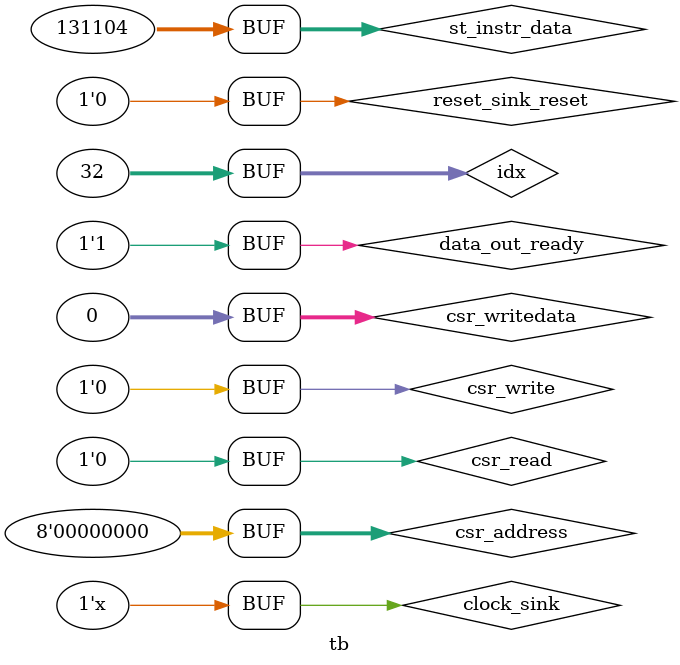
<source format=v>
`timescale 1ps/1ps

module tb;
	reg reset_sink_reset;
	reg clock_sink;
	reg [7:0] csr_address;
	reg csr_write;
	reg [31:0] csr_writedata;
	wire [31:0] csr_readdata;
	reg csr_read;
	wire [255:0] data_out_data;
	reg data_out_ready;
	wire data_out_valid;

	wire [255:0] st_rows_data;
	wire st_rows_ready;
	wire st_rows_valid;

	wire [255:0] st_cols_data;
	wire st_cols_ready;
	wire st_cols_valid;

	reg [31:0] st_instr_data;
	wire st_instr_ready;
	reg st_instr_valid;

	reg [255:0] col_data [31:0];
	reg [255:0] row_data [31:0];
	
	systolic_array_top top(
		.reset_sink_reset(reset_sink_reset),
		.clock_sink(clock_sink),
		.csr_address(csr_address),
		.csr_write(csr_write),
		.csr_writedata(csr_writedata),
		.csr_readdata(csr_readdata),
		.csr_read(csr_read),
		.data_out_data(data_out_data),
		.data_out_ready(data_out_ready),
		.data_out_valid(data_out_valid),
		.st_rows_data(st_rows_data),
		.st_rows_ready(st_rows_ready),
		.st_rows_valid(st_rows_valid),
		.st_cols_data(st_cols_data),
		.st_cols_ready(st_cols_ready),
		.st_cols_valid(st_cols_valid),
		.st_instr_data(st_instr_data),
		.st_instr_ready(st_instr_ready),
		.st_instr_valid(st_instr_valid)
	);

	integer col_file;
	integer row_file;

	integer i;
	integer j;
	integer idx;
	generate
	initial begin
		for (idx = 0;idx < 32;idx = idx + 1) begin: outer_loop
			row_data[idx] <= {8'b01, 8'b01, 8'b01, 8'b01, 8'b01, 8'b01, 8'b01, 8'b01, 8'b01, 8'b01, 8'b01, 8'b01, 8'b01, 8'b01, 8'b01, 8'b01, 8'b01, 8'b01, 8'b01, 8'b01, 8'b01, 8'b01, 8'b01, 8'b01, 8'b01, 8'b01, 8'b01, 8'b01, 8'b01, 8'b01, 8'b01, 8'b01};
		end
		col_data[0] <=  { 8'd1, 8'd0, 8'd0, 8'd0, 8'd0, 8'd0, 8'd0, 8'd0, 8'd0, 8'd0, 8'd0, 8'd0, 8'd0, 8'd0, 8'd0, 8'd0, 8'd0, 8'd0, 8'd0, 8'd0, 8'd0, 8'd0, 8'd0, 8'd0, 8'd0, 8'd0, 8'd0, 8'd0, 8'd0, 8'd0, 8'd0, 8'd1 };
		col_data[1] <=  { 8'd1, 8'd0, 8'd0, 8'd0, 8'd0, 8'd0, 8'd0, 8'd0, 8'd0, 8'd0, 8'd0, 8'd0, 8'd0, 8'd0, 8'd0, 8'd0, 8'd0, 8'd0, 8'd0, 8'd0, 8'd0, 8'd0, 8'd0, 8'd0, 8'd0, 8'd0, 8'd0, 8'd0, 8'd0, 8'd0, 8'd2, 8'd0 };
		col_data[2] <=  { 8'd1, 8'd0, 8'd0, 8'd0, 8'd0, 8'd0, 8'd0, 8'd0, 8'd0, 8'd0, 8'd0, 8'd0, 8'd0, 8'd0, 8'd0, 8'd0, 8'd0, 8'd0, 8'd0, 8'd0, 8'd0, 8'd0, 8'd0, 8'd0, 8'd0, 8'd0, 8'd0, 8'd0, 8'd0, 8'd2, 8'd0, 8'd0 };
		col_data[3] <=  { 8'd1, 8'd0, 8'd0, 8'd0, 8'd0, 8'd0, 8'd0, 8'd0, 8'd0, 8'd0, 8'd0, 8'd0, 8'd0, 8'd0, 8'd0, 8'd0, 8'd0, 8'd0, 8'd0, 8'd0, 8'd0, 8'd0, 8'd0, 8'd0, 8'd0, 8'd0, 8'd0, 8'd0, 8'd3, 8'd1, 8'd0, 8'd0 };
		col_data[4] <=  { 8'd1, 8'd0, 8'd0, 8'd0, 8'd0, 8'd0, 8'd0, 8'd0, 8'd0, 8'd0, 8'd0, 8'd0, 8'd0, 8'd0, 8'd0, 8'd0, 8'd0, 8'd0, 8'd0, 8'd0, 8'd0, 8'd0, 8'd0, 8'd0, 8'd0, 8'd0, 8'd0, 8'd3, 8'd1, 8'd0, 8'd0, 8'd0 };
		col_data[5] <=  { 8'd1, 8'd0, 8'd0, 8'd0, 8'd0, 8'd0, 8'd0, 8'd0, 8'd0, 8'd0, 8'd0, 8'd0, 8'd0, 8'd0, 8'd0, 8'd0, 8'd0, 8'd0, 8'd0, 8'd0, 8'd0, 8'd0, 8'd0, 8'd0, 8'd0, 8'd0, 8'd3, 8'd1, 8'd0, 8'd0, 8'd0, 8'd0 };
		col_data[6] <=  { 8'd1, 8'd0, 8'd0, 8'd0, 8'd0, 8'd0, 8'd0, 8'd0, 8'd0, 8'd0, 8'd0, 8'd0, 8'd0, 8'd0, 8'd0, 8'd0, 8'd0, 8'd0, 8'd0, 8'd0, 8'd0, 8'd0, 8'd0, 8'd0, 8'd0, 8'd4, 8'd3, 8'd1, 8'd0, 8'd0, 8'd0, 8'd0 };
		col_data[7] <=  { 8'd1, 8'd0, 8'd0, 8'd0, 8'd0, 8'd0, 8'd0, 8'd0, 8'd0, 8'd0, 8'd0, 8'd0, 8'd0, 8'd0, 8'd0, 8'd0, 8'd0, 8'd0, 8'd0, 8'd0, 8'd0, 8'd0, 8'd0, 8'd0, 8'd4, 8'd1, 8'd0, 8'd0, 8'd0, 8'd0, 8'd0, 8'd0 };
		col_data[8] <=  { 8'd1, 8'd0, 8'd0, 8'd0, 8'd0, 8'd0, 8'd0, 8'd0, 8'd0, 8'd0, 8'd0, 8'd0, 8'd0, 8'd0, 8'd0, 8'd0, 8'd0, 8'd0, 8'd0, 8'd0, 8'd0, 8'd0, 8'd0, 8'd4, 8'd4, 8'd1, 8'd0, 8'd0, 8'd0, 8'd0, 8'd0, 8'd0 };
		col_data[9] <=  { 8'd1, 8'd0, 8'd0, 8'd0, 8'd0, 8'd0, 8'd0, 8'd0, 8'd0, 8'd0, 8'd0, 8'd0, 8'd0, 8'd0, 8'd0, 8'd0, 8'd0, 8'd0, 8'd0, 8'd0, 8'd0, 8'd0, 8'd4, 8'd4, 8'd0, 8'd1, 8'd0, 8'd0, 8'd0, 8'd0, 8'd0, 8'd0 };
		col_data[10] <= { 8'd1, 8'd0, 8'd0, 8'd0, 8'd0, 8'd0, 8'd0, 8'd0, 8'd0, 8'd0, 8'd0, 8'd0, 8'd0, 8'd0, 8'd0, 8'd0, 8'd0, 8'd0, 8'd0, 8'd0, 8'd0, 8'd5, 8'd4, 8'd1, 8'd0, 8'd0, 8'd0, 8'd0, 8'd0, 8'd0, 8'd0, 8'd0 };
		col_data[11] <= { 8'd1, 8'd0, 8'd0, 8'd0, 8'd0, 8'd0, 8'd0, 8'd0, 8'd0, 8'd0, 8'd0, 8'd0, 8'd0, 8'd0, 8'd0, 8'd0, 8'd0, 8'd0, 8'd0, 8'd0, 8'd5, 8'd5, 8'd1, 8'd0, 8'd0, 8'd0, 8'd0, 8'd0, 8'd0, 8'd0, 8'd0, 8'd0 };
		col_data[12] <= { 8'd1, 8'd0, 8'd0, 8'd0, 8'd0, 8'd0, 8'd0, 8'd0, 8'd0, 8'd0, 8'd0, 8'd0, 8'd0, 8'd0, 8'd0, 8'd0, 8'd0, 8'd0, 8'd0, 8'd5, 8'd5, 8'd1, 8'd1, 8'd0, 8'd0, 8'd0, 8'd0, 8'd0, 8'd0, 8'd0, 8'd0, 8'd0 };
		col_data[13] <= { 8'd1, 8'd0, 8'd0, 8'd0, 8'd0, 8'd0, 8'd0, 8'd0, 8'd0, 8'd0, 8'd0, 8'd0, 8'd0, 8'd0, 8'd0, 8'd0, 8'd0, 8'd0, 8'd5, 8'd5, 8'd1, 8'd0, 8'd0, 8'd0, 8'd0, 8'd0, 8'd0, 8'd0, 8'd0, 8'd0, 8'd0, 8'd0 };
		col_data[14] <= { 8'd1, 8'd0, 8'd0, 8'd0, 8'd0, 8'd0, 8'd0, 8'd0, 8'd0, 8'd0, 8'd0, 8'd0, 8'd0, 8'd0, 8'd0, 8'd0, 8'd0, 8'd5, 8'd5, 8'd1, 8'd1, 8'd0, 8'd0, 8'd0, 8'd0, 8'd0, 8'd0, 8'd0, 8'd0, 8'd0, 8'd0, 8'd0 };
		col_data[15] <= { 8'd1, 8'd0, 8'd0, 8'd0, 8'd0, 8'd0, 8'd0, 8'd0, 8'd0, 8'd0, 8'd0, 8'd0, 8'd0, 8'd0, 8'd0, 8'd0, 8'd6, 8'd5, 8'd1, 8'd1, 8'd0, 8'd0, 8'd0, 8'd0, 8'd0, 8'd0, 8'd0, 8'd0, 8'd0, 8'd0, 8'd0, 8'd0 };
		col_data[16] <= { 8'd1, 8'd0, 8'd0, 8'd0, 8'd0, 8'd0, 8'd0, 8'd0, 8'd0, 8'd0, 8'd0, 8'd0, 8'd0, 8'd0, 8'd0, 8'd6, 8'd6, 8'd5, 8'd1, 8'd1, 8'd0, 8'd0, 8'd0, 8'd0, 8'd0, 8'd0, 8'd0, 8'd0, 8'd0, 8'd0, 8'd0, 8'd0 };
		col_data[17] <= { 8'd1, 8'd0, 8'd0, 8'd0, 8'd0, 8'd0, 8'd0, 8'd0, 8'd0, 8'd0, 8'd0, 8'd0, 8'd0, 8'd0, 8'd6, 8'd6, 8'd1, 8'd0, 8'd1, 8'd0, 8'd0, 8'd0, 8'd0, 8'd0, 8'd0, 8'd0, 8'd0, 8'd0, 8'd0, 8'd0, 8'd0, 8'd0 };
		col_data[18] <= { 8'd1, 8'd0, 8'd0, 8'd0, 8'd0, 8'd0, 8'd0, 8'd0, 8'd0, 8'd0, 8'd0, 8'd0, 8'd0, 8'd6, 8'd6, 8'd1, 8'd1, 8'd0, 8'd1, 8'd0, 8'd0, 8'd0, 8'd0, 8'd0, 8'd0, 8'd0, 8'd0, 8'd0, 8'd0, 8'd0, 8'd0, 8'd0 };
		col_data[19] <= { 8'd1, 8'd0, 8'd0, 8'd0, 8'd0, 8'd0, 8'd0, 8'd0, 8'd0, 8'd0, 8'd0, 8'd0, 8'd6, 8'd6, 8'd6, 8'd1, 8'd1, 8'd0, 8'd0, 8'd0, 8'd0, 8'd0, 8'd0, 8'd0, 8'd0, 8'd0, 8'd0, 8'd0, 8'd0, 8'd0, 8'd0, 8'd0 };
		col_data[20] <= { 8'd1, 8'd0, 8'd0, 8'd0, 8'd0, 8'd0, 8'd0, 8'd0, 8'd0, 8'd0, 8'd0, 8'd6, 8'd6, 8'd6, 8'd0, 8'd1, 8'd1, 8'd0, 8'd0, 8'd0, 8'd0, 8'd0, 8'd0, 8'd0, 8'd0, 8'd0, 8'd0, 8'd0, 8'd0, 8'd0, 8'd0, 8'd0 };
		col_data[21] <= { 8'd1, 8'd0, 8'd0, 8'd0, 8'd0, 8'd0, 8'd0, 8'd0, 8'd0, 8'd0, 8'd7, 8'd6, 8'd6, 8'd1, 8'd0, 8'd1, 8'd0, 8'd0, 8'd0, 8'd0, 8'd0, 8'd0, 8'd0, 8'd0, 8'd0, 8'd0, 8'd0, 8'd0, 8'd0, 8'd0, 8'd0, 8'd0 };
		col_data[22] <= { 8'd1, 8'd0, 8'd0, 8'd0, 8'd0, 8'd0, 8'd0, 8'd0, 8'd0, 8'd7, 8'd7, 8'd6, 8'd1, 8'd0, 8'd0, 8'd1, 8'd0, 8'd0, 8'd0, 8'd0, 8'd0, 8'd0, 8'd0, 8'd0, 8'd0, 8'd0, 8'd0, 8'd0, 8'd0, 8'd0, 8'd0, 8'd0 };
		col_data[23] <= { 8'd1, 8'd0, 8'd0, 8'd0, 8'd0, 8'd0, 8'd0, 8'd0, 8'd7, 8'd7, 8'd7, 8'd1, 8'd1, 8'd0, 8'd0, 8'd0, 8'd0, 8'd0, 8'd0, 8'd0, 8'd0, 8'd0, 8'd0, 8'd0, 8'd0, 8'd0, 8'd0, 8'd0, 8'd0, 8'd0, 8'd0, 8'd0 };
		col_data[24] <= { 8'd1, 8'd0, 8'd0, 8'd0, 8'd0, 8'd0, 8'd0, 8'd7, 8'd7, 8'd7, 8'd1, 8'd1, 8'd0, 8'd0, 8'd0, 8'd0, 8'd0, 8'd0, 8'd0, 8'd0, 8'd0, 8'd0, 8'd0, 8'd0, 8'd0, 8'd0, 8'd0, 8'd0, 8'd0, 8'd0, 8'd0, 8'd0 };
		col_data[25] <= { 8'd1, 8'd5, 8'd0, 8'd0, 8'd0, 8'd0, 8'd7, 8'd7, 8'd7, 8'd1, 8'd0, 8'd1, 8'd0, 8'd0, 8'd0, 8'd0, 8'd0, 8'd0, 8'd0, 8'd0, 8'd0, 8'd0, 8'd0, 8'd0, 8'd0, 8'd0, 8'd0, 8'd0, 8'd0, 8'd0, 8'd0, 8'd0 };
		col_data[26] <= { 8'd1, 8'd5, 8'd0, 8'd0, 8'd0, 8'd7, 8'd7, 8'd7, 8'd1, 8'd1, 8'd0, 8'd0, 8'd0, 8'd0, 8'd0, 8'd0, 8'd0, 8'd0, 8'd0, 8'd0, 8'd0, 8'd0, 8'd0, 8'd0, 8'd0, 8'd0, 8'd0, 8'd0, 8'd0, 8'd0, 8'd0, 8'd0 };
		col_data[27] <= { 8'd1, 8'd5, 8'd0, 8'd0, 8'd7, 8'd7, 8'd7, 8'd1, 8'd1, 8'd0, 8'd0, 8'd0, 8'd0, 8'd0, 8'd0, 8'd0, 8'd0, 8'd0, 8'd0, 8'd0, 8'd0, 8'd0, 8'd0, 8'd0, 8'd0, 8'd0, 8'd0, 8'd0, 8'd0, 8'd0, 8'd0, 8'd0 };
		col_data[28] <= { 8'd1, 8'd5, 8'd8, 8'd8, 8'd7, 8'd7, 8'd2, 8'd1, 8'd1, 8'd0, 8'd0, 8'd0, 8'd0, 8'd0, 8'd0, 8'd0, 8'd0, 8'd0, 8'd0, 8'd0, 8'd0, 8'd0, 8'd0, 8'd0, 8'd0, 8'd0, 8'd0, 8'd0, 8'd0, 8'd0, 8'd0, 8'd0 };
		col_data[29] <= { 8'd1, 8'd5, 8'd8, 8'd8, 8'd7, 8'd6, 8'd1, 8'd1, 8'd0, 8'd0, 8'd0, 8'd0, 8'd0, 8'd0, 8'd0, 8'd0, 8'd0, 8'd0, 8'd0, 8'd0, 8'd0, 8'd0, 8'd0, 8'd0, 8'd0, 8'd0, 8'd0, 8'd0, 8'd0, 8'd0, 8'd0, 8'd0 };
		col_data[30] <= { 8'd1, 8'd8, 8'd8, 8'd8, 8'd7, 8'd0, 8'd1, 8'd1, 8'd0, 8'd0, 8'd0, 8'd0, 8'd0, 8'd0, 8'd0, 8'd0, 8'd0, 8'd0, 8'd0, 8'd0, 8'd0, 8'd0, 8'd0, 8'd0, 8'd0, 8'd0, 8'd0, 8'd0, 8'd0, 8'd0, 8'd0, 8'd0 };
		col_data[31] <= { 8'd1, 8'd0, 8'd6, 8'd5, 8'd0, 8'd0, 8'd1, 8'd0, 8'd0, 8'd0, 8'd0, 8'd0, 8'd0, 8'd0, 8'd0, 8'd0, 8'd0, 8'd0, 8'd0, 8'd0, 8'd0, 8'd0, 8'd0, 8'd0, 8'd0, 8'd0, 8'd0, 8'd0, 8'd0, 8'd0, 8'd0, 8'd0 };
		i = 0;
		j = 0;
	end
	endgenerate

	assign st_cols_valid = i < 32;
	assign st_rows_valid = j < 32;
	assign st_cols_data = i < 32 ? col_data[i] : 256'b0;
	assign st_rows_data = j < 32 ? row_data[j] : 256'b0;
	always @(posedge clock_sink) begin
		if (!reset_sink_reset) begin
			if (st_cols_ready) begin
				i = i + 1;
			end
			if (st_rows_ready) begin
				j = j + 1;
			end
			if (st_instr_ready) begin
				st_instr_valid <= 0;
			end
		end
	end

	initial begin
		reset_sink_reset <= 1;
		clock_sink <= 0;

		csr_address <= 0;
		csr_write <= 0;
		csr_writedata <= 0;
		csr_read <= 0;

		data_out_ready <= 1;

		st_instr_data <= 32'h00_02_00_20;
		st_instr_valid <= 1;

		#200 reset_sink_reset <= 0;
	end
	always begin
		#50 clock_sink <= ~clock_sink;
	end
endmodule
</source>
